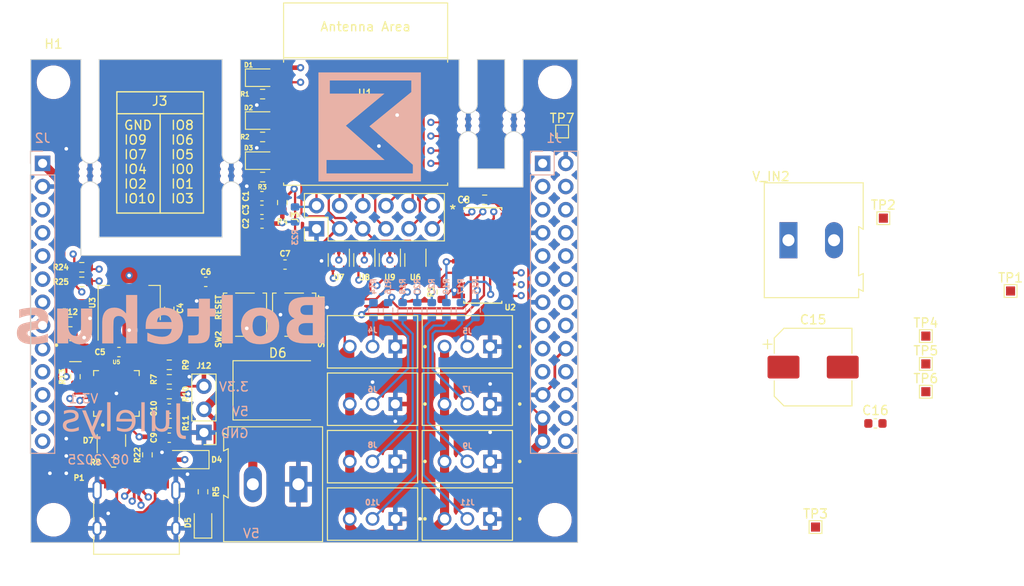
<source format=kicad_pcb>
(kicad_pcb (version 20221018) (generator pcbnew)
  (layers (0 "F.Cu" power) (1 "In1.Cu" signal) (2 "In2.Cu" signal) (31 "B.Cu" power) (34 "B.Paste" user) (35 "F.Paste" user) (36 "B.SilkS" user "B.Silkscreen") (37 "F.SilkS" user "F.Silkscreen") (38 "B.Mask" user) (39 "F.Mask" user) (44 "Edge.Cuts" user))
  (net 0 "")
  (net 1 "GND")
  (net 2 "A2")
  (net 3 "A1")
  (net 4 "A0")
  (net 5 "Net-(D1-K)")
  (net 6 "Net-(D2-K)")
  (net 7 "Net-(D3-K)")
  (net 8 "+3.3V")
  (net 9 "CHIP_UP")
  (net 10 "IO7")
  (net 11 "Net-(U5-D+)")
  (net 12 "USB_D-")
  (net 13 "USB_D+")
  (net 14 "IO2")
  (net 15 "Net-(U5-D-)")
  (net 16 "IO0")
  (net 17 "+5V")
  (net 18 "Net-(D5-A)")
  (net 19 "Net-(U2-~{E})")
  (net 22 "Net-(U5-VBUS)")
  (net 23 "Net-(U5-~{RST})")
  (net 25 "Net-(U5-~{SUSPEND})")
  (net 38 "RTS")
  (net 39 "RXD")
  (net 40 "TXD")
  (net 42 "DTR")
  (net 43 "Net-(P1-CC1)")
  (net 44 "IO6")
  (net 55 "Net-(J2-Pin_3)")
  (net 56 "Net-(J2-Pin_4)")
  (net 66 "Net-(U4-BASE1)")
  (net 67 "Net-(U4-BASE2)")
  (net 71 "CLK")
  (net 72 "CS")
  (net 73 "IO9")
  (net 74 "VBUS")
  (net 75 "Net-(P1-CC2)")
  (net 76 "IO1")
  (net 77 "/CH1")
  (net 78 "/CH2")
  (net 79 "/CH3")
  (net 80 "/CH4")
  (net 81 "/CH5")
  (net 82 "/CH6")
  (net 83 "/CH7")
  (net 84 "/CH8")
  (net 85 "/Data")
  (net 86 "/AS2")
  (net 87 "/AS1")
  (net 88 "/AS0")
  (net 89 "/MCH1")
  (net 90 "/MCH2")
  (net 91 "/MCH3")
  (net 92 "/MCH4")
  (net 93 "/MCH5")
  (net 94 "/MCH6")
  (net 95 "/MCH7")
  (net 96 "/MCH8")
  (net 99 "5V_OPI")
  (footprint "PCM_Espressif:ESP32-C3-WROOM-02" (layer "F.Cu") (at 62.74 21.8)
    (fp_text reference "U1")
    (fp_text value "ESP32-C3-WROOM-02")
  )
  (footprint "TestPoint:TestPoint_Pad_1.0x1.0mm" (layer "F.Cu") (at 124.2 51.45)
    (fp_text reference "TP6")
    (fp_text value "CLK")
  )
  (footprint "Connector:JST_B3B-XH-A" (layer "F.Cu") (at 63.5 64.875)
    (fp_text reference "J10")
    (fp_text value "B3B-XH-A")
  )
  (footprint "Resistor_SMD:R_0603_1608Metric" (layer "F.Cu") (at 31.6 37.8 180)
    (fp_text reference "R24")
    (fp_text value "22")
  )
  (footprint "footprints:mouse-bite-2mm-slot" (layer "F.Cu") (at 74 21.9 90)
    (fp_text reference "mouse-bite-2mm-slot" hide)
    (fp_text value "VAL**" hide)
    (fp_arc (start -2 -1) (mid -1 0) (end -2 1) (stroke (width 0.1)) (layer "Edge.Cuts"))
    (fp_arc (start 2 1) (mid 1 0) (end 2 -1) (stroke (width 0.1)) (layer "Edge.Cuts"))
  )
  (footprint "Capacitor_SMD:C_0603_1608Metric" (layer "F.Cu") (at 41.2 53.3)
    (fp_text reference "C10")
    (fp_text value "1uF/16V(10%)")
  )
  (footprint "MountingHole:MountingHole_3.2mm_M3" (layer "F.Cu") (at 83.5 65.5)
    (fp_text reference "H4" hide)
    (fp_text value "MountingHole")
  )
  (footprint "Resistor_SMD:R_0603_1608Metric" (layer "F.Cu") (at 71.1 40.5 -90)
    (fp_text reference "R6")
    (fp_text value "10K")
  )
  (footprint "Resistor_SMD:R_0603_1608Metric" (layer "F.Cu") (at 75.8 30.4)
    (fp_text reference "C8")
    (fp_text value "100nf")
  )
  (footprint "Connector:JST_B3B-XH-A" (layer "F.Cu") (at 63.5 58.575)
    (fp_text reference "J8")
    (fp_text value "B3B-XH-A")
  )
  (footprint "Connector_PinHeader_2.54mm:PinHeader_1x03_P2.54mm_Vertical" (layer "F.Cu") (at 45 55.925 180)
    (fp_text reference "J12")
    (fp_text value "Conn_01x03_Pin")
  )
  (footprint "Button_Switch_SMD:SW_SPST_TL3305A" (layer "F.Cu") (at 49.5 43 90)
    (fp_text reference "SW2")
    (fp_text value "SW_Push")
  )
  (footprint "TestPoint:TestPoint_Pad_1.0x1.0mm" (layer "F.Cu") (at 124.2 45.35)
    (fp_text reference "TP4")
    (fp_text value "MOSI")
  )
  (footprint "Package_TO_SOT_SMD:SOT-223-3_TabPin2" (layer "F.Cu") (at 36.8 41.7 90)
    (fp_text reference "U3")
    (fp_text value "AMS1117-3.3")
  )
  (footprint "TerminalBlock:TerminalBlock_Altech_AK300-2_P5.00mm" (layer "F.Cu") (at 109.13 34.83)
    (fp_text reference "V_IN2")
    (fp_text value "5V")
  )
  (footprint "Capacitor_SMD:C_0603_1608Metric" (layer "F.Cu") (at 41.2 42.3 90)
    (fp_text reference "C4")
    (fp_text value "10uf")
  )
  (footprint "74HC4051D_FOOTPRINT:SOIC16_TOS" (layer "F.Cu") (at 75.6 36.5)
    (fp_text reference "U2")
    (fp_text value "74HC4051")
  )
  (footprint "Capacitor_SMD:C_0603_1608Metric" (layer "F.Cu") (at 51.375 33 180)
    (fp_text reference "C2")
    (fp_text value "10uf")
  )
  (footprint "Button_Switch_SMD:SW_SPST_TL3305A" (layer "F.Cu") (at 54.9 43 90)
    (fp_text reference "SW1")
    (fp_text value "SW_Push")
  )
  (footprint "MountingHole:MountingHole_3.2mm_M3" (layer "F.Cu") (at 83.5 17.5)
    (fp_text reference "H2" hide)
    (fp_text value "MountingHole")
  )
  (footprint "footprints:mouse-bite-2mm-slot" (layer "F.Cu") (at 32.5 27.4 90)
    (fp_text reference "mouse-bite-2mm-slot" hide)
    (fp_text value "VAL**" hide)
    (fp_arc (start -2 -1) (mid -1 0) (end -2 1) (stroke (width 0.1)) (layer "Edge.Cuts"))
    (fp_arc (start 2 1) (mid 1 0) (end 2 -1) (stroke (width 0.1)) (layer "Edge.Cuts"))
  )
  (footprint "TestPoint:TestPoint_Pad_1.0x1.0mm" (layer "F.Cu") (at 119.54 32.41)
    (fp_text reference "TP2")
    (fp_text value "GND")
  )
  (footprint "Capacitor_SMD:C_0603_1608Metric" (layer "F.Cu") (at 35.675 47.1 180)
    (fp_text reference "C5")
    (fp_text value "10uf")
  )
  (footprint "Capacitor_SMD:C_0603_1608Metric" (layer "F.Cu") (at 53.9 37.5)
    (fp_text reference "C7")
    (fp_text value "0.1uf")
  )
  (footprint "Capacitor_SMD:C_0603_1608Metric" (layer "F.Cu") (at 51.3625 30 180)
    (fp_text reference "C1")
    (fp_text value "1uf/16V")
  )
  (footprint "Resistor_SMD:R_0603_1608Metric" (layer "F.Cu") (at 41.2 51.7 180)
    (fp_text reference "R10")
    (fp_text value "22.1K")
  )
  (footprint "Diode_SMD:D_SOD-123" (layer "F.Cu") (at 43.2 58.9 180)
    (fp_text reference "D4")
    (fp_text value "1N5819HW-7-F")
  )
  (footprint "Resistor_SMD:R_0603_1608Metric" (layer "F.Cu") (at 51.4375 23.5 180)
    (fp_text reference "R2")
    (fp_text value "270")
  )
  (footprint "Transistor_Power_Module:SOT65P210X110-6N" (layer "F.Cu") (at 30.9 47)
    (fp_text reference "U4")
    (fp_text value "BC847BDW1T1G")
  )
  (footprint "Resistor_SMD:R_0603_1608Metric" (layer "F.Cu") (at 30.9 49.8 90)
    (fp_text reference "R13")
    (fp_text value "10k")
  )
  (footprint "Connector:JST_B3B-XH-A" (layer "F.Cu") (at 63.5 52.275)
    (fp_text reference "J6")
    (fp_text value "B3B-XH-A")
  )
  (footprint "Connector:JST_B3B-XH-A" (layer "F.Cu") (at 73.9 45.975)
    (fp_text reference "J5")
    (fp_text value "B3B-XH-A")
  )
  (footprint "LED_SMD:LED_0805_2012Metric" (layer "F.Cu") (at 51.2375 21.7)
    (fp_text reference "D2")
    (fp_text value "LED RED")
  )
  (footprint "Resistor_SMD:R_0603_1608Metric" (layer "F.Cu") (at 41.2 50.1)
    (fp_text reference "R7")
    (fp_text value "1K")
  )
  (footprint "Connector_USB:QFN50P500X500X80-29N" (layer "F.Cu") (at 35.4 51.6375 90)
    (fp_text reference "U5")
    (fp_text value "CP2102N-A02-GQFN28")
  )
  (footprint "Resistor_SMD:R_0603_1608Metric" (layer "F.Cu") (at 35.1 59.2 180)
    (fp_text reference "R8")
    (fp_text value "5.1K")
  )
  (footprint "Capacitor_SMD:C_0603_1608Metric" (layer "F.Cu") (at 45.2 39.4)
    (fp_text reference "C6")
    (fp_text value "0.1uf")
  )
  (footprint "Resistor_SMD:R_0603_1608Metric" (layer "F.Cu") (at 30.3 43.8 180)
    (fp_text reference "R12")
    (fp_text value "10k")
  )
  (footprint "Package_TO_SOT_SMD:SOT-143" (layer "F.Cu") (at 34.85 56.8 90)
    (fp_text reference "D7")
    (fp_text value "SP0503BAHT")
  )
  (footprint "Package_TO_SOT_SMD:SOT-353_SC-70-5" (layer "F.Cu") (at 65.4 37 -90)
    (fp_text reference "U9")
    (fp_text value "74AHCT1G125")
  )
  (footprint "Capacitor_SMD:C_0603_1608Metric" (layer "F.Cu") (at 41.2 56.5)
    (fp_text reference "C9")
    (fp_text value "10uF/25V(20%)")
  )
  (footprint "MountingHole:MountingHole_3.2mm_M3" (layer "F.Cu") (at 28.5 65.5)
    (fp_text reference "H3" hide)
    (fp_text value "MountingHole")
  )
  (footprint "Resistor_SMD:R_0603_1608Metric" (layer "F.Cu") (at 51.4375 27.9 180)
    (fp_text reference "R3")
    (fp_text value "270")
  )
  (footprint "Package_TO_SOT_SMD:SOT-353_SC-70-5" (layer "F.Cu") (at 59.8 37 -90)
    (fp_text reference "U7")
    (fp_text value "74AHCT1G125")
  )
  (footprint "Package_TO_SOT_SMD:SOT-353_SC-70-5" (layer "F.Cu") (at 62.6 37 -90)
    (fp_text reference "U8")
    (fp_text value "74AHCT1G125")
  )
  (footprint "LED_SMD:LED_0805_2012Metric" (layer "F.Cu") (at 51.2375 26.1)
    (fp_text reference "D3")
    (fp_text value "LED RED")
  )
  (footprint "Resistor_SMD:R_0603_1608Metric" (layer "F.Cu") (at 38.8 58.375 90)
    (fp_text reference "R22")
    (fp_text value "5.1K")
  )
  (footprint "Capacitor_SMD:C_0603_1608Metric" (layer "F.Cu") (at 51.3625 31.5 180)
    (fp_text reference "C3")
    (fp_text value "0.1uf")
  )
  (footprint "Connector_PinHeader_2.54mm:PinHeader_2x06_P2.54mm_Vertical" (layer "F.Cu") (at 57.35 33.575 90)
    (fp_text reference "J3")
    (fp_text value "Conn_02x06_Odd_Even")
  )
  (footprint "Connector:JST_B3B-XH-A" (layer "F.Cu") (at 73.9 64.875)
    (fp_text reference "J11")
    (fp_text value "B3B-XH-A")
  )
  (footprint "Capacitor_SMD:C_0603_1608Metric" (layer "F.Cu") (at 118.67 54.93)
    (fp_text reference "C16")
    (fp_text value "100nF")
  )
  (footprint "TerminalBlock:TerminalBlock_Altech_AK300-2_P5.00mm" (layer "F.Cu") (at 55.365 61.6 180)
    (fp_text reference "V_IN1" hide)
    (fp_text value "5V")
  )
  (footprint "Connector:JST_B3B-XH-A" (layer "F.Cu") (at 63.5 45.975)
    (fp_text reference "J4")
    (fp_text value "B3B-XH-A")
  )
  (footprint "Connector:JST_B3B-XH-A" (layer "F.Cu") (at 73.9 52.275)
    (fp_text reference "J7")
    (fp_text value "B3B-XH-A")
  )
  (footprint "Resistor_SMD:R_0603_1608Metric" (layer "F.Cu") (at 41.2 54.9)
    (fp_text reference "R11")
    (fp_text value "47.5K")
  )
  (footprint "TestPoint:TestPoint_Pad_1.0x1.0mm" (layer "F.Cu") (at 112.1 66.3)
    (fp_text reference "TP3")
    (fp_text value "3.3V")
  )
  (footprint "Connector:JST_B3B-XH-A" (layer "F.Cu") (at 73.9 58.575)
    (fp_text reference "J9")
    (fp_text value "B3B-XH-A")
  )
  (footprint "TestPoint:TestPoint_Pad_1.0x1.0mm" (layer "F.Cu") (at 133.5 40.4)
    (fp_text reference "TP1")
    (fp_text value "5V")
  )
  (footprint "LED_SMD:LED_0805_2012Metric" (layer "F.Cu") (at 51.2375 17)
    (fp_text reference "D1")
    (fp_text value "LED RED")
  )
  (footprint "Package_TO_SOT_SMD:SOT-353_SC-70-5" (layer "F.Cu") (at 68.2 37 -90)
    (fp_text reference "U6")
    (fp_text value "74AHCT1G125")
  )
  (footprint "Resistor_SMD:R_0603_1608Metric" (layer "F.Cu") (at 41.2 48.5)
    (fp_text reference "R9")
    (fp_text value "10K")
  )
  (footprint "footprints:mouse-bite-2mm-slot" (layer "F.Cu") (at 79 21.9 90)
    (fp_text reference "mouse-bite-2mm-slot" hide)
    (fp_text value "VAL**" hide)
    (fp_arc (start -2 -1) (mid -1 0) (end -2 1) (stroke (width 0.1)) (layer "Edge.Cuts"))
    (fp_arc (start 2 1) (mid 1 0) (end 2 -1) (stroke (width 0.1)) (layer "Edge.Cuts"))
  )
  (footprint "TestPoint:TestPoint_Pad_1.0x1.0mm" (layer "F.Cu") (at 124.2 48.4)
    (fp_text reference "TP5")
    (fp_text value "MISO")
  )
  (footprint "Resistor_SMD:R_0603_1608Metric" (layer "F.Cu") (at 44.9 62.425 -90)
    (fp_text reference "R5")
    (fp_text value "5k1")
  )
  (footprint "LED_SMD:LED_0805_2012Metric" (layer "F.Cu") (at 44.9 65.825 90)
    (fp_text reference "D5")
    (fp_text value "LED GREEN")
  )
  (footprint "TestPoint:TestPoint_Pad_1.0x1.0mm" (layer "F.Cu") (at 84.3 22.9)
    (fp_text reference "TP7")
    (fp_text value "CS")
  )
  (footprint "Capacitor_SMD:CP_Elec_8x10" (layer "F.Cu") (at 111.835 48.75)
    (fp_text reference "C15")
    (fp_text value "470uF")
  )
  (footprint "Resistor_SMD:R_0603_1608Metric" (layer "F.Cu") (at 51.4375 18.8 180)
    (fp_text reference "R1")
    (fp_text value "270")
  )
  (footprint "Connector_USB:USB_C_Receptacle_HRO_TYPE-C-31-M-12" (layer "F.Cu") (at 37.6 65.385)
    (fp_text reference "P1")
    (fp_text value "USB_C_Receptacle_USB2.0")
  )
  (footprint "Resistor_SMD:R_0603_1608Metric" (layer "F.Cu") (at 31.6 39.4 180)
    (fp_text reference "R25")
    (fp_text value "22")
  )
  (footprint "Resistor_SMD:R_0603_1608Metric" (layer "F.Cu") (at 53.6 30.7 90)
    (fp_text reference "R4")
    (fp_text value "10K")
  )
  (footprint "Diode_SMD:D_SMC" (layer "F.Cu") (at 53.1 51.3)
    (fp_text reference "D6")
    (fp_text value "SS34")
  )
  (footprint "footprints:mouse-bite-2mm-slot" (layer "F.Cu") (at 48 27.4 90)
    (fp_text reference "mouse-bite-2mm-slot" hide)
    (fp_text value "VAL**" hide)
    (fp_arc (start -2 -1) (mid -1 0) (end -2 1) (stroke (width 0.1)) (layer "Edge.Cuts"))
    (fp_arc (start 2 1) (mid 1 0) (end 2 -1) (stroke (width 0.1)) (layer "Edge.Cuts"))
  )
  (footprint "MountingHole:MountingHole_3.2mm_M3" (layer "F.Cu") (at 28.5 17.5)
    (fp_text reference "H1")
    (fp_text value "MountingHole")
  )
  (footprint "Resistor_SMD:R_0603_1608Metric" (layer "B.Cu") (at 55 32 90)
    (fp_text reference "R23")
    (fp_text value "10K")
  )
  (footprint "Resistor_SMD:R_0603_1608Metric" (layer "B.Cu") (at 66.8 42.5 -90)
    (fp_text reference "R18")
    (fp_text value "330")
  )
  (footprint "Resistor_SMD:R_0603_1608Metric" (layer "B.Cu") (at 71.6 42.5 -90)
    (fp_text reference "R19")
    (fp_text value "330")
  )
  (footprint "Resistor_SMD:R_0603_1608Metric" (layer "B.Cu") (at 68.4 42.5 -90)
    (fp_text reference "R20")
    (fp_text value "330")
  )
  (footprint "Resistor_SMD:R_0603_1608Metric" (layer "B.Cu") (at 65.2 42.5 -90)
    (fp_text reference "R16")
    (fp_text value "330")
  )
  (footprint "Connector_PinSocket_2.54mm:PinSocket_2x13_P2.54mm_Vertical" (layer "B.Cu") (at 82.16 26.4 180)
    (fp_text reference "J1")
    (fp_text value "Conn_02x13_Top_Bottom")
  )
  (footprint "Resistor_SMD:R_0603_1608Metric" (layer "B.Cu") (at 74.8 42.5 -90)
    (fp_text reference "R15")
    (fp_text value "330")
  )
  (footprint "Resistor_SMD:R_0603_1608Metric" (layer "B.Cu") (at 73.2 42.5 -90)
    (fp_text reference "R17")
    (fp_text value "330")
  )
  (footprint "Resistor_SMD:R_0603_1608Metric" (layer "B.Cu") (at 63.6 42.5 -90)
    (fp_text reference "R14")
    (fp_text value "330")
  )
  (footprint "Connector_PinSocket_2.54mm:PinSocket_1x13_P2.54mm_Vertical" (layer "B.Cu") (at 27.3 26.4 180)
    (fp_text reference "J2")
    (fp_text value "Conn_01x13")
  )
  (footprint "Resistor_SMD:R_0603_1608Metric" (layer "B.Cu") (at 70 42.5 -90)
    (fp_text reference "R21")
    (fp_text value "330")
  )
  (gr_line (start 35.45 20.95) (end 44.95 20.95) (stroke (width 0.15)) (layer "F.SilkS"))
  (gr_line (start 40.2 20.95) (end 40.2 31.85) (stroke (width 0.15)) (layer "F.SilkS"))
  (gr_line (start 44.95 31.85) (end 44.95 18.55) (stroke (width 0.15)) (layer "F.SilkS"))
  (gr_line (start 35.45 18.55) (end 35.45 31.85) (stroke (width 0.15)) (layer "F.SilkS"))
  (gr_line (start 44.95 18.55) (end 35.45 18.55) (stroke (width 0.15)) (layer "F.SilkS"))
  (gr_line (start 35.45 31.85) (end 44.95 31.85) (stroke (width 0.15)) (layer "F.SilkS"))
  (gr_line (start 86 15) (end 80 15) (stroke (width 0.1)) (layer "Edge.Cuts"))
  (gr_line (start 33.5 29.4) (end 33.5 34.5) (stroke (width 0.1)) (layer "Edge.Cuts"))
  (gr_line (start 75 19.9) (end 75 15) (stroke (width 0.1)) (layer "Edge.Cuts"))
  (gr_line (start 26 68) (end 86 68) (stroke (width 0.1)) (layer "Edge.Cuts"))
  (gr_line (start 78 23.9) (end 78 27) (stroke (width 0.1)) (layer "Edge.Cuts"))
  (gr_line (start 80 23.9) (end 80 29) (stroke (width 0.1)) (layer "Edge.Cuts"))
  (gr_line (start 49 25.4) (end 49 15) (stroke (width 0.1)) (layer "Edge.Cuts"))
  (gr_line (start 31.5 15) (end 31.5 25.4) (stroke (width 0.1)) (layer "Edge.Cuts"))
  (gr_line (start 75 15) (end 78 15) (stroke (width 0.1)) (layer "Edge.Cuts"))
  (gr_line (start 73 23.9) (end 73 29) (stroke (width 0.1)) (layer "Edge.Cuts"))
  (gr_line (start 31.5 29.4) (end 31.5 36.5) (stroke (width 0.1)) (layer "Edge.Cuts"))
  (gr_line (start 26 15) (end 26 68) (stroke (width 0.1)) (layer "Edge.Cuts"))
  (gr_line (start 31.5 36.5) (end 49 36.5) (stroke (width 0.1)) (layer "Edge.Cuts"))
  (gr_line (start 80 29) (end 73 29) (stroke (width 0.1)) (layer "Edge.Cuts"))
  (gr_line (start 80 15) (end 80 19.9) (stroke (width 0.1)) (layer "Edge.Cuts"))
  (gr_line (start 33.5 15) (end 33.5 25.4) (stroke (width 0.1)) (layer "Edge.Cuts"))
  (gr_line (start 49 15) (end 73 15) (stroke (width 0.1)) (layer "Edge.Cuts"))
  (gr_line (start 26 15) (end 31.5 15) (stroke (width 0.1)) (layer "Edge.Cuts"))
  (gr_line (start 33.5 34.5) (end 47 34.5) (stroke (width 0.1)) (layer "Edge.Cuts"))
  (gr_line (start 49 29.4) (end 49 36.5) (stroke (width 0.1)) (layer "Edge.Cuts"))
  (gr_line (start 47 15) (end 33.5 15) (stroke (width 0.1)) (layer "Edge.Cuts"))
  (gr_line (start 47 25.4) (end 47 15) (stroke (width 0.1)) (layer "Edge.Cuts"))
  (gr_line (start 75 27) (end 75 23.9) (stroke (width 0.1)) (layer "Edge.Cuts"))
  (gr_line (start 78 27) (end 75 27) (stroke (width 0.1)) (layer "Edge.Cuts"))
  (gr_line (start 86 68) (end 86 15) (stroke (width 0.1)) (layer "Edge.Cuts"))
  (gr_line (start 73 15) (end 73 19.9) (stroke (width 0.1)) (layer "Edge.Cuts"))
  (gr_line (start 78 15) (end 78 19.9) (stroke (width 0.1)) (layer "Edge.Cuts"))
  (gr_line (start 47 34.5) (end 47 29.4) (stroke (width 0.1)) (layer "Edge.Cuts"))
  (gr_text "Julelys" (at 42.8 56.3) (layer "B.SilkS") (effects (font (size 3 3)) (justify left bottom mirror)))
  (gr_text "∑" (at 68.2 26.7) (layer "B.SilkS" knockout) (effects (font (size 8 10) (thickness 1.6) bold) (justify left bottom mirror)))
  (gr_text "5V" (at 50 54.2) (layer "B.SilkS") (effects (font (size 1 1)) (justify left bottom mirror)))
  (gr_text "Boltehus" (at 58.9 47) (layer "B.SilkS") (effects (font (size 5 5) (thickness 0.3) bold) (justify left bottom mirror)))
  (gr_text "3.3V" (at 50 51.5) (layer "B.SilkS") (effects (font (size 1 1)) (justify left bottom mirror)))
  (gr_text "GND" (at 50 56.6) (layer "B.SilkS") (effects (font (size 1 1)) (justify left bottom mirror)))
  (gr_text "08/2025" (at 36.9 59.5) (layer "B.SilkS") (effects (font (size 1 1)) (justify left bottom mirror)))
  (gr_text "V3.1" (at 33.5 52.8) (layer "B.SilkS") (effects (font (size 1 1)) (justify left bottom mirror)))
  (gr_text "GND\nIO9\nIO7\nIO4\nIO2\nIO10" (at 36.15 30.85) (layer "F.SilkS") (effects (font (size 1 1)) (justify left bottom)))
  (gr_text "IO8\nIO6\nIO5\nIO0\nIO1\nIO3" (at 42.65 30.85) (layer "F.SilkS") (effects (font (size 1 1)) (justify bottom)))
  (gr_text "J3" (at 40.15 20.15) (layer "F.SilkS") (effects (font (size 1 1)) (justify bottom)))
  (segment (start 72.93935 39.675) (end 72.93935 40.945) (width 0.25) (layer "F.Cu") (net 1))
  (segment (start 68.775 36.7) (end 68.85 36.625) (width 0.25) (layer "F.Cu") (net 1))
  (segment (start 33.975 57.675) (end 34.1 57.8) (width 0.25) (layer "F.Cu") (net 1))
  (segment (start 42.025 48.5) (end 42.1 48.5) (width 0.3) (layer "F.Cu") (net 1))
  (segment (start 50.5875 29.7875) (end 50.5875 30) (width 0.5) (layer "F.Cu") (net 1))
  (segment (start 34.9 52.1375) (end 34.9 53.9975) (width 0.25) (layer "F.Cu") (net 1))
  (segment (start 42.1 48.5) (end 43.4 49.8) (width 0.3) (layer "F.Cu") (net 1))
  (segment (start 72.5 40.50565) (end 72.93935 40.945) (width 0.25) (layer "F.Cu") (net 1))
  (segment (start 83.5 47.92) (end 83.5 50.46) (width 0.3) (layer "F.Cu") (net 1))
  (segment (start 64.75 35.45) (end 64.8 35.4) (width 0.25) (layer "F.Cu") (net 1))
  (segment (start 60.2 35.4) (end 61.3 35.4) (width 0.25) (layer "F.Cu") (net 1))
  (segment (start 34.5 46.1) (end 34.9 46.5) (width 0.5) (layer "F.Cu") (net 1))
  (segment (start 60.45 35.475) (end 60.375 35.4) (width 0.25) (layer "F.Cu") (net 1))
  (segment (start 49.7 28.9) (end 50.6125 27.9875) (width 0.5) (layer "F.Cu") (net 1))
  (segment (start 67.625 36.7) (end 68.775 36.7) (width 0.25) (layer "F.Cu") (net 1))
  (segment (start 67.55 36.625) (end 67.625 36.7) (width 0.25) (layer "F.Cu") (net 1))
  (segment (start 61.95 35.45) (end 61.9 35.4) (width 0.25) (layer "F.Cu") (net 1))
  (segment (start 53.125 39.125) (end 53.4 39.4) (width 0.5) (layer "F.Cu") (net 1))
  (segment (start 60.45 36.05) (end 60.45 35.475) (width 0.25) (layer "F.Cu") (net 1))
  (segment (start 50.5875 30) (end 50.5875 32.9875) (width 0.5) (layer "F.Cu") (net 1))
  (segment (start 76.275 46.375) (end 76.4 46.5) (width 0.5) (layer "F.Cu") (net 1))
  (segment (start 63.25 36.05) (end 63.25 35.45) (width 0.25) (layer "F.Cu") (net 1))
  (segment (start 40.85 60.55) (end 41.1 60.3) (width 0.25) (layer "F.Cu") (net 1))
  (segment (start 59.225 35.4) (end 60.2 35.4) (width 0.25) (layer "F.Cu") (net 1))
  (segment (start 35.4 51.6375) (end 34.9 52.1375) (width 0.25) (layer "F.Cu") (net 1))
  (segment (start 52.99 28.9) (end 53.99 27.9) (width 0.5) (layer "F.Cu") (net 1))
  (segment (start 66.9 35.4) (end 67.55 36.05) (width 0.25) (layer "F.Cu") (net 1))
  (segment (start 64.75 36.05) (end 64.75 35.45) (width 0.25) (layer "F.Cu") (net 1))
  (segment (start 73.6 30.4) (end 74.975 30.4) (width 0.5) (layer "F.Cu") (net 1))
  (segment (start 50.8 24.7) (end 50.6125 24.5125) (width 0.5) (layer "F.Cu") (net 1))
  (segment (start 44.2 41.5) (end 44.175 41.525) (width 0.5) (layer "F.Cu") (net 1))
  (segment (start 48 46.2) (end 48 46.6) (width 0.5) (layer "F.Cu") (net 1))
  (segment (start 61.9 35.4) (end 63.2 35.4) (width 0.25) (layer "F.Cu") (net 1))
  (segment (start 63.2 35.4) (end 63.618604 35.4) (width 0.25) (layer "F.Cu") (net 1))
  (segment (start 34.275 59.3) (end 34.275 57.975) (width 0.25) (layer "F.Cu") (net 1))
  (segment (start 72.1005 40.3245) (end 71.1 41.325) (width 0.25) (layer "F.Cu") (net 1))
  (segment (start 66 35.4) (end 66.9 35.4) (width 0.25) (layer "F.Cu") (net 1))
  (segment (start 50.5875 32.9875) (end 50.6 33) (width 0.5) (layer "F.Cu") (net 1))
  (segment (start 49.7 28.9) (end 52.99 28.9) (width 0.5) (layer "F.Cu") (net 1))
  (segment (start 50.8 20) (end 50.6125 19.8125) (width 0.5) (layer "F.Cu") (net 1))
  (segment (start 41.1 60.3) (end 43.1 60.3) (width 0.25) (layer "F.Cu") (net 1))
  (segment (start 59.15 36.05) (end 59.15 35.475) (width 0.25) (layer "F.Cu") (net 1))
  (segment (start 61.3 35.4) (end 61.9 35.4) (width 0.25) (layer "F.Cu") (net 1))
  (segment (start 67.55 36.05) (end 67.55 36.625) (width 0.25) (layer "F.Cu") (net 1))
  (segment (start 34.275 61.265) (end 34.35 61.34) (width 0.3) (layer "F.Cu") (net 1))
  (segment (start 72.5 40.3245) (end 72.5 40.50565) (width 0.25) (layer "F.Cu") (net 1))
  (segment (start 84.7 46.72) (end 83.5 47.92) (width 0.3) (layer "F.Cu") (net 1))
  (segment (start 60.375 35.4) (end 60.2 35.4) (width 0.25) (layer "F.Cu") (net 1))
  (segment (start 49.7 28.9) (end 50.5875 29.7875) (width 0.5) (layer "F.Cu") (net 1))
  (segment (start 53.075 46.925) (end 53.4 46.6) (width 0.25) (layer "F.Cu") (net 1))
  (segment (start 68.85 36.625) (end 68.85 36.05) (width 0.25) (layer "F.Cu") (net 1))
  (segment (start 59.15 35.475) (end 59.225 35.4) (width 0.25) (layer "F.Cu") (net 1))
  (segment (start 40.85 61.34) (end 40.85 60.55) (width 0.25) (layer "F.Cu") (net 1))
  (segment (start 72.81935 40.825) (end 72.93935 40.945) (width 0.25) (layer "F.Cu") (net 1))
  (segment (start 47.725 39.675) (end 48 39.4) (width 0.5) (layer "F.Cu") (net 1))
  (segment (start 66.05 35.45) (end 66 35.4) (width 0.25) (layer "F.Cu") (net 1))
  (segment (start 66.05 36.05) (end 66.05 35.45) (width 0.25) (layer "F.Cu") (net 1))
  (segment (start 53.125 37.5) (end 53.125 39.125) (width 0.5) (layer "F.Cu") (net 1))
  (segment (start 50.6125 27.9875) (end 50.6125 27.9) (width 0.5) (layer "F.Cu") (net 1))
  (segment (start 64.8 35.4) (end 66 35.4) (width 0.25) (layer "F.Cu") (net 1))
  (segment (start 34.35 59.375) (end 34.275 59.3) (width 0.3) (layer "F.Cu") (net 1))
  (segment (start 63.618604 35.4) (end 64.8 35.4) (width 0.25) (layer "F.Cu") (net 1))
  (segment (start 34.275 57.975) (end 34.1 57.8) (width 0.25) (layer "F.Cu") (net 1))
  (segment (start 63.25 35.45) (end 63.2 35.4) (width 0.25) (layer "F.Cu") (net 1))
  (segment (start 47.725 39.025) (end 48 39.3) (width 0.5) (layer "F.Cu") (net 1))
  (segment (start 47.825 46.675) (end 48 46.5) (width 0.5) (layer "F.Cu") (net 1))
  (segment (start 50.6125 24.5125) (end 50.6125 23.5) (width 0.5) (layer "F.Cu") (net 1))
  (segment (start 50.6125 19.8125) (end 50.6125 18.8) (width 0.5) (layer "F.Cu") (net 1))
  (segment (start 34.275 59.2) (end 34.275 61.265) (width 0.3) (layer "F.Cu") (net 1))
  (segment (start 61.95 36.05) (end 61.95 35.45) (width 0.25) (layer "F.Cu") (net 1))
  (segment (start 34.5 44.25) (end 34.5 46.1) (width 0.5) (layer "F.Cu") (net 1))
  (segment (start 72.5 40.3245) (end 72.1005 40.3245) (width 0.25) (layer "F.Cu") (net 1))
  (segment (start 83.5 50.46) (end 82.16 51.8) (width 0.3) (layer "F.Cu") (net 1))
  (via (at 43.4 49.8) (size 0.8) (drill 0.4) (layers "F.Cu" "B.Cu") (net 1))
  (via (at 66.2 21.1) (size 0.8) (drill 0.4) (layers "F.Cu" "B.Cu") (net 1))
  (via (at 49.7 44.5) (size 0.8) (drill 0.4) (layers "F.Cu" "B.Cu") (net 1))
  (via (at 76.4 55.9) (size 0.8) (drill 0.4) (layers "F.Cu" "B.Cu") (net 1))
  (via (at 57.9 37.1) (size 0.8) (drill 0.4) (layers "F.Cu" "B.Cu") (net 1))
  (via (at 44.2 41.5) (size 0.8) (drill 0.4) (layers "F.Cu" "B.Cu") (net 1))
  (via (at 73.6 30.4) (size 0.8) (drill 0.4) (layers "F.Cu" "B.Cu") (net 1))
  (via (at 32.5 43.4) (size 0.8) (drill 0.4) (layers "F.Cu" "B.Cu") (net 1))
  (via (at 53.4 43) (size 0.8) (drill 0.4) (layers "F.Cu" "B.Cu") (net 1))
  (via (at 40.4 58.1) (size 0.8) (drill 0.4) (layers "F.Cu" "B.Cu") (net 1))
  (via (at 68.7 65.4) (size 0.8) (drill 0.4) (layers "F.Cu" "B.Cu") (net 1))
  (via (at 76.4 50.6) (size 0.8) (drill 0.4) (layers "F.Cu" "B.Cu") (net 1))
  (via (at 49.7 28.9) (size 0.8) (drill 0.4) (layers "F.Cu" "B.Cu") (net 1))
  (via (at 29.9 58.5) (size 0.8) (drill 0.4) (layers "F.Cu" "B.Cu") (net 1))
  (via (at 43.2 60.5) (size 0.8) (drill 0.4) (layers "F.Cu" "B.Cu") (net 1))
  (via (at 28.1 60.4) (size 0.8) (drill 0.4) (layers "F.Cu" "B.Cu") (net 1))
  (via (at 29.9 24.8) (size 0.8) (drill 0.4) (layers "F.Cu" "B.Cu") (net 1))
  (via (at 58.5 42.2) (size 0.8) (drill 0.4) (layers "F.Cu" "B.Cu") (net 1))
  (via (at 35.4 51.6375) (size 0.8) (drill 0.4) (layers "F.Cu" "B.Cu") (net 1))
  (via (at 63.5 50.4) (size 0.8) (drill 0.4) (layers "F.Cu" "B.Cu") (net 1))
  (via (at 29.9 56.6) (size 0.8) (drill 0.4) (layers "F.Cu" "B.Cu") (net 1))
  (via (at 29.9 60.4) (size 0.8) (drill 0.4) (layers "F.Cu" "B.Cu") (net 1))
  (via (at 50.8 24.7) (size 0.8) (drill 0.4) (layers "F.Cu" "B.Cu") (net 1))
  (via (at 66 54.7) (size 0.8) (drill 0.4) (layers "F.Cu" "B.Cu") (net 1))
  (via (at 34.5 64.8) (size 0.8) (drill 0.4) (layers "F.Cu" "B.Cu") (net 1))
  (via (at 72.5 40.3245) (size 0.8) (drill 0.4) (layers "F.Cu" "B.Cu") (net 1))
  (via (at 50.8 20) (size 0.8) (drill 0.4) (layers "F.Cu" "B.Cu") (net 1))
  (via (at 64.2 24.5) (size 0.8) (drill 0.4) (layers "F.Cu" "B.Cu") (net 1))
  (segment (start 65.4 37) (end 65.4 36.05) (width 0.25) (layer "F.Cu") (net 2))
  (segment (start 57.35 27.96) (end 57.35 31.035) (width 0.25) (layer "F.Cu") (net 2))
  (segment (start 53.99 24.9) (end 54.29 24.9) (width 0.25) (layer "F.Cu") (net 2))
  (segment (start 53.99 24.9) (end 53.2375 24.9) (width 0.25) (layer "F.Cu") (net 2))
  (segment (start 54.29 24.9) (end 57.35 27.96) (width 0.25) (layer "F.Cu") (net 2))
  (segment (start 53.2375 24.9) (end 52.0375 26.1) (width 0.25) (layer "F.Cu") (net 2))
  (via (at 65.4 37) (size 0.8) (drill 0.4) (layers "F.Cu" "B.Cu") (net 2))
  (segment (start 57.29 30.975) (end 57.35 31.035) (width 0.25) (layer "B.Cu") (net 2))
  (segment (start 57.21 31.175) (end 57.35 31.035) (width 0.25) (layer "B.Cu") (net 2))
  (segment (start 55 31.175) (end 57.21 31.175) (width 0.25) (layer "B.Cu") (net 2))
  (segment (start 53.99 20.4) (end 54.29 20.4) (width 0.25) (layer "F.Cu") (net 3))
  (segment (start 54.29 20.4) (end 62.43 28.54) (width 0.25) (layer "F.Cu") (net 3))
  (segment (start 53.99 20.4) (end 53.3375 20.4) (width 0.25) (layer "F.Cu") (net 3))
  (segment (start 62.43 28.54) (end 62.43 31.035) (width 0.25) (layer "F.Cu") (net 3))
  (segment (start 62.59987 36.05013) (end 62.6 36.05) (width 0.25) (layer "F.Cu") (net 3))
  (segment (start 53.3375 20.4) (end 52.0375 21.7) (width 0.25) (layer "F.Cu") (net 3))
  (segment (start 62.59987 37) (end 62.59987 36.05013) (width 0.25) (layer "F.Cu") (net 3))
  (via (at 62.59987 37) (size 0.8) (drill 0.4) (layers "F.Cu" "B.Cu") (net 3))
  (segment (start 54.34 18.9) (end 63.795 28.355) (width 0.25) (layer "F.Cu") (net 4))
  (segment (start 52.175 17) (end 52.175 17.2975) (width 0.25) (layer "F.Cu") (net 4))
  (segment (start 63.795 28.355) (end 63.795 32.4) (width 0.25) (layer "F.Cu") (net 4))
  (segment (start 53.64 18.9) (end 53.99 18.9) (width 0.25) (layer "F.Cu") (net 4))
  (segment (start 63.795 32.4) (end 64.97 33.575) (width 0.25) (layer "F.Cu") (net 4))
  (segment (start 52.0375 17.2975) (end 53.64 18.9) (width 0.25) (layer "F.Cu") (net 4))
  (segment (start 59.8 37) (end 59.8 36.05) (width 0.25) (layer "F.Cu") (net 4))
  (segment (start 53.99 18.9) (end 54.34 18.9) (width 0.25) (layer "F.Cu") (net 4))
  (via (at 59.8 37) (size 0.8) (drill 0.4) (layers "F.Cu" "B.Cu") (net 4))
  (segment (start 52.1 18.8) (end 52.2625 18.8) (width 0.25) (layer "F.Cu") (net 5))
  (segment (start 50.3 17) (end 52.1 18.8) (width 0.25) (layer "F.Cu") (net 5))
  (segment (start 50.3 21.7) (end 52.1 23.5) (width 0.25) (layer "F.Cu") (net 6))
  (segment (start 52.1 23.5) (end 52.2625 23.5) (width 0.25) (layer "F.Cu") (net 6))
  (segment (start 52.1 27.9) (end 52.2625 27.9) (width 0.25) (layer "F.Cu") (net 7))
  (segment (start 50.3 26.1) (end 52.1 27.9) (width 0.25) (layer "F.Cu") (net 7))
  (segment (start 40.325 56.4) (end 40.425 56.5) (width 0.5) (layer "F.Cu") (net 8))
  (segment (start 53.5 33) (end 53.6 32.9) (width 0.5) (layer "F.Cu") (net 8))
  (segment (start 35.603274 37.95) (end 36.8 37.95) (width 0.25) (layer "F.Cu") (net 8))
  (segment (start 52.15 33) (end 52.15 34.75) (width 0.5) (layer "F.Cu") (net 8))
  (segment (start 36.9 53.9975) (end 36.9 55.4) (width 0.25) (layer "F.Cu") (net 8))
  (segment (start 49.7 37.2) (end 43.2 37.2) (width 0.5) (layer "F.Cu") (net 8))
  (segment (start 44.955 50.8) (end 45 50.845) (width 0.25) (layer "F.Cu") (net 8))
  (segment (start 42.025 50.1) (end 42.77 50.845) (width 0.3) (layer "F.Cu") (net 8))
  (segment (start 53.675 31.6) (end 53.7 31.575) (width 0.25) (layer "F.Cu") (net 8))
  (segment (start 52.15 33) (end 53.5 33) (width 0.5) (layer "F.Cu") (net 8))
  (segment (start 36.525 44.525) (end 36.8 44.25) (width 0.5) (layer "F.Cu") (net 8))
  (segment (start 43.2 37.2) (end 41.85 38.55) (width 0.5) (layer "F.Cu") (net 8))
  (segment (start 36.9 53.9975) (end 36.4 53.9975) (width 0.25) (layer "F.Cu") (net 8))
  (segment (start 42.77 50.845) (end 45 50.845) (width 0.3) (layer "F.Cu") (net 8))
  (segment (start 53.6 31.525) (end 52.1625 31.525) (width 0.5) (layer "F.Cu") (net 8))
  (segment (start 52.1625 31.525) (end 52.1375 31.5) (width 0.5) (layer "F.Cu") (net 8))
  (segment (start 52.1375 32.9875) (end 52.15 33) (width 0.5) (layer "F.Cu") (net 8))
  (segment (start 53.6 32.9) (end 53.6 31.525) (width 0.5) (layer "F.Cu") (net 8))
  (segment (start 45 48.7) (end 45 50.845) (width 0.5) (layer "F.Cu") (net 8))
  (segment (start 52.15 34.75) (end 49.7 37.2) (width 0.5) (layer "F.Cu") (net 8))
  (segment (start 36.45 45.2) (end 36.8 44.85) (width 0.5) (layer "F.Cu") (net 8))
  (segment (start 37.9 56.4) (end 40.325 56.4) (width 0.5) (layer "F.Cu") (net 8))
  (segment (start 36.45 47.1) (end 36.45 45.2) (width 0.5) (layer "F.Cu") (net 8))
  (segment (start 43.4 47.1) (end 45 48.7) (width 0.5) (layer "F.Cu") (net 8))
  (segment (start 36.7 44.35) (end 36.8 44.25) (width 0.5) (layer "F.Cu") (net 8))
  (segment (start 52.1375 31.5) (end 52.1375 32.9875) (width 0.5) (layer "F.Cu") (net 8))
  (segment (start 36.45 47.1) (end 43.4 47.1) (width 0.5) (layer "F.Cu") (net 8))
  (segment (start 41.85 38.55) (end 36.8 38.55) (width 0.5) (layer "F.Cu") (net 8))
  (segment (start 55.6 15.9) (end 53.99 15.9) (width 0.5) (layer "F.Cu") (net 8))
  (segment (start 36.9 55.4) (end 37.9 56.4) (width 0.25) (layer "F.Cu") (net 8))
  (via (at 53.6 32.9) (size 0.8) (drill 0.4) (layers "F.Cu" "B.Cu") (net 8))
  (via (at 36.8 38.6995) (size 0.8) (drill 0.4) (layers "F.Cu" "B.Cu") (net 8))
  (via (at 36.8 44.7) (size 0.8) (drill 0.4) (layers "F.Cu" "B.Cu") (net 8))
  (via (at 55.6 15.9) (size 0.8) (drill 0.4) (layers "F.Cu" "B.Cu") (net 8))
  (via (at 37.9 56.4) (size 0.8) (drill 0.4) (layers "F.Cu" "B.Cu") (net 8))
  (segment (start 53.6 32.9) (end 53.675 32.825) (width 0.25) (layer "B.Cu") (net 8))
  (segment (start 53.675 32.825) (end 55 32.825) (width 0.25) (layer "B.Cu") (net 8))
  (segment (start 52.7 36) (end 51 37.7) (width 0.25) (layer "F.Cu") (net 9))
  (segment (start 49.725 38.125) (end 46.475 38.125) (width 0.3) (layer "F.Cu") (net 9))
  (segment (start 45.975 38.625) (end 45.975 39.4) (width 0.3) (layer "F.Cu") (net 9))
  (segment (start 53.475 30) (end 53.6 29.875) (width 0.3) (layer "F.Cu") (net 9))
  (segment (start 54.09 17.5) (end 53.99 17.4) (width 0.25) (layer "F.Cu") (net 9))
  (segment (start 54.9 29.2) (end 55.1 29.4) (width 0.25) (layer "F.Cu") (net 9))
  (segment (start 54.225 29.875) (end 54.9 29.2) (width 0.3) (layer "F.Cu") (net 9))
  (segment (start 51 46.5) (end 51 39.3) (width 0.3) (layer "F.Cu") (net 9))
  (segment (start 53.6 29.875) (end 54.225 29.875) (width 0.3) (layer "F.Cu") (net 9))
  (segment (start 55 29.3) (end 55 35.2) (width 0.25) (layer "F.Cu") (net 9))
  (segment (start 54.9 29.2) (end 55 29.3) (width 0.25) (layer "F.Cu") (net 9))
  (segment (start 52.1375 30) (end 53.475 30) (width 0.3) (layer "F.Cu") (net 9))
  (segment (start 55 35.2) (end 54.2 36) (width 0.25) (layer "F.Cu") (net 9))
  (segment (start 46.475 38.125) (end 45.975 38.625) (width 0.3) (layer "F.Cu") (net 9))
  (segment (start 51 39.4) (end 49.725 38.125) (width 0.3) (layer "F.Cu") (net 9))
  (segment (start 51 37.7) (end 51 39.4) (width 0.25) (layer "F.Cu") (net 9))
  (segment (start 55.6 17.5) (end 54.09 17.5) (width 0.25) (layer "F.Cu") (net 9))
  (segment (start 31.855 45.515) (end 31.855 46.35) (width 0.25) (layer "F.Cu") (net 9))
  (segment (start 54.2 36) (end 52.7 36) (width 0.25) (layer "F.Cu") (net 9))
  (via (at 31.855 45.515) (size 0.8) (drill 0.4) (layers "F.Cu" "B.Cu") (net 9))
  (via (at 55.6 17.5) (size 0.8) (drill 0.4) (layers "F.Cu" "B.Cu") (net 9))
  (via (at 54.9 29.2) (size 0.8) (drill 0.4) (layers "F.Cu" "B.Cu") (net 9))
  (segment (start 54.29 23.4) (end 58.7 27.81) (width 0.25) (layer "F.Cu") (net 10))
  (segment (start 58.7 27.81) (end 58.7 31.696701) (width 0.25) (layer "F.Cu") (net 10))
  (segment (start 68.2 36.05) (end 68.2 35.475) (width 0.25) (layer "F.Cu") (net 10))
  (segment (start 61.255 32.4) (end 62.43 33.575) (width 0.25) (layer "F.Cu") (net 10))
  (segment (start 63.755 34.9) (end 62.43 33.575) (width 0.25) (layer "F.Cu") (net 10))
  (segment (start 67.625 34.9) (end 63.755 34.9) (width 0.25) (layer "F.Cu") (net 10))
  (segment (start 53.99 23.4) (end 54.29 23.4) (width 0.25) (layer "F.Cu") (net 10))
  (segment (start 58.7 31.696701) (end 59.403299 32.4) (width 0.25) (layer "F.Cu") (net 10))
  (segment (start 59.403299 32.4) (end 61.255 32.4) (width 0.25) (layer "F.Cu") (net 10))
  (segment (start 68.2 35.475) (end 67.625 34.9) (width 0.25) (layer "F.Cu") (net 10))
  (segment (start 35.8 57.4) (end 35.8 57.8) (width 0.3) (layer "F.Cu") (net 11))
  (segment (start 38.35 62.45) (end 38.35 61.34) (width 0.3) (layer "F.Cu") (net 11))
  (segment (start 37.35 59.35) (end 37.35 61.34) (width 0.3) (layer "F.Cu") (net 11))
  (segment (start 38.9 63) (end 38.35 62.45) (width 0.3) (layer "F.Cu") (net 11))
  (segment (start 35 55.3) (end 35.4 54.9) (width 0.3) (layer "F.Cu") (net 11))
  (segment (start 35 56.6) (end 35 55.3) (width 0.3) (layer "F.Cu") (net 11))
  (segment (start 37.35 63.236061) (end 37.35 61.34) (width 0.3) (layer "F.Cu") (net 11))
  (segment (start 35.4 54.9) (end 35.4 53.9975) (width 0.3) (layer "F.Cu") (net 11))
  (segment (start 35.8 57.8) (end 37.35 59.35) (width 0.3) (layer "F.Cu") (net 11))
  (segment (start 35 56.6) (end 35.8 57.4) (width 0.3) (layer "F.Cu") (net 11))
  (segment (start 37.131637 63.454424) (end 37.35 63.236061) (width 0.3) (layer "F.Cu") (net 11))
  (via (at 38.9 63) (size 0.8) (drill 0.4) (layers "F.Cu" "B.Cu") (net 11))
  (via (at 37.131637 63.454424) (size 0.8) (drill 0.4) (layers "F.Cu" "B.Cu") (net 11))
  (segment (start 69.9 23.4) (end 71.49 23.4) (width 0.2) (layer "F.Cu") (net 12))
  (segment (start 33.5 38) (end 32.51 38) (width 0.2) (layer "F.Cu") (net 12))
  (via (at 69.9 23.4) (size 0.8) (drill 0.4) (layers "F.Cu" "B.Cu") (net 12))
  (via (at 33.5 38) (size 0.8) (drill 0.4) (layers "F.Cu" "B.Cu") (net 12))
  (segment (start 33.5 39.3) (end 32.51 39.3) (width 0.2) (layer "F.Cu") (net 13))
  (segment (start 69.9 21.9) (end 71.49 21.9) (width 0.2) (layer "F.Cu") (net 13))
  (via (at 69.9 21.9) (size 0.8) (drill 0.4) (layers "F.Cu" "B.Cu") (net 13))
  (via (at 33.5 39.3) (size 0.8) (drill 0.4) (layers "F.Cu" "B.Cu") (net 13))
  (segment (start 68.685 30.548299) (end 68.685 32.4) (width 0.25) (layer "F.Cu") (net 14))
  (segment (start 68.685 32.4) (end 67.51 33.575) (width 0.25) (layer "F.Cu") (net 14))
  (segment (start 71.49 18.9) (end 69.7 18.9) (width 0.25) (layer "F.Cu") (net 14))
  (segment (start 68.5 30.363299) (end 68.685 30.548299) (width 0.25) (layer "F.Cu") (net 14))
  (segment (start 68.5 20.1) (end 68.5 30.363299) (width 0.25) (layer "F.Cu") (net 14))
  (segment (start 69.7 18.9) (end 68.5 20.1) (width 0.25) (layer "F.Cu") (net 14))
  (segment (start 37.85 60.5) (end 37.85 57.85) (width 0.3) (layer "F.Cu") (net 15))
  (segment (start 37.85 57.85) (end 35.8 55.8) (width 0.3) (layer "F.Cu") (net 15))
  (segment (start 36.85 62.35) (end 36.3 62.9) (width 0.3) (layer "F.Cu") (net 15))
  (segment (start 35.9 55.7) (end 35.8 55.8) (width 0.3) (layer "F.Cu") (net 15))
  (segment (start 38.1 63.9) (end 38.1 63.362126) (width 0.3) (layer "F.Cu") (net 15))
  (segment (start 35.9 53.9975) (end 35.9 55.7) (width 0.3) (layer "F.Cu") (net 15))
  (segment (start 36.85 61.34) (end 36.85 62.35) (width 0.3) (layer "F.Cu") (net 15))
  (segment (start 38.1 63.362126) (end 37.85 63.112126) (width 0.3) (layer "F.Cu") (net 15))
  (segment (start 37.85 61.34) (end 37.85 60.5) (width 0.3) (layer "F.Cu") (net 15))
  (segment (start 37.85 63.112126) (end 37.85 61.34) (width 0.3) (layer "F.Cu") (net 15))
  (via (at 36.3 62.9) (size 0.8) (drill 0.4) (layers "F.Cu" "B.Cu") (net 15))
  (via (at 38.1 63.9) (size 0.8) (drill 0.4) (layers "F.Cu" "B.Cu") (net 15))
  (segment (start 67.3 28.705) (end 64.97 31.035) (width 0.25) (layer "F.Cu") (net 16))
  (segment (start 67.3 18.1) (end 67.3 28.705) (width 0.25) (layer "F.Cu") (net 16))
  (segment (start 71.49 15.9) (end 69.5 15.9) (width 0.25) (layer "F.Cu") (net 16))
  (segment (start 69.5 15.9) (end 67.3 18.1) (width 0.25) (layer "F.Cu") (net 16))
  (segment (start 59.1 48.4) (end 60.05 47.45) (width 1) (layer "F.Cu") (net 17))
  (segment (start 39.1 42.85) (end 39.1 44.85) (width 1) (layer "F.Cu") (net 17))
  (segment (start 61 52.8) (end 61 59.1) (width 1) (layer "F.Cu") (net 17))
  (segment (start 39.125 44.225) (end 39.1 44.25) (width 0.5) (layer "F.Cu") (net 17))
  (segment (start 79.1 65.608) (end 77.608 67.1) (width 1) (layer "F.Cu") (net 17))
  (segment (start 61 65.4) (end 61 59.1) (width 1) (layer "F.Cu") (net 17))
  (segment (start 62.4 41.3) (end 61.35 41.3) (width 0.25) (layer "F.Cu") (net 17))
  (segment (start 50.365 61.6) (end 50.365 52.1725) (width 1) (layer "F.Cu") (net 17))
  (segment (start 62.5 41.3) (end 62.4 41.3) (width 0.25) (layer "F.Cu") (net 17))
  (segment (start 78.26065 32.055) (end 78.7115 32.055) (width 0.25) (layer "F.Cu") (net 17))
  (segment (start 63.25 37.95) (end 63.25 40.55) (width 0.25) (layer "F.Cu") (net 17))
  (segment (start 71.4 65.4) (end 69.7 67.1) (width 1) (layer "F.Cu") (net 17))
  (segment (start 80.6 33.9435) (end 80.6 52.78) (width 0.25) (layer "F.Cu") (net 17))
  (segment (start 68.85 37.95) (end 66.625 40.175) (width 0.25) (layer "F.Cu") (net 17))
  (segment (start 63.874695 41.3) (end 62.4 41.3) (width 0.25) (layer "F.Cu") (net 17))
  (segment (start 44.85 59) (end 46.3 57.55) (width 0.5) (layer "F.Cu") (net 17))
  (segment (start 61.35 41.3) (end 60.45 42.2) (width 0.25) (layer "F.Cu") (net 17))
  (segment (start 61.8 67.1) (end 61 66.3) (width 1) (layer "F.Cu") (net 17))
  (segment (start 82.16 56.88) (end 79.1 59.94) (width 1) (layer "F.Cu") (net 17))
  (segment (start 82.16 54.34) (end 82.16 56.88) (width 1) (layer "F.Cu") (net 17))
  (segment (start 46.9 48.9) (end 42.85 44.85) (width 1) (layer "F.Cu") (net 17))
  (segment (start 59.1 48.4625) (end 59.1 48.4) (width 1) (layer "F.Cu") (net 17))
  (segment (start 60.05 47.45) (end 61 46.5) (width 1) (layer "F.Cu") (net 17))
  (segment (start 76.625 30.41935) (end 78.26065 32.055) (width 0.25) (layer "F.Cu") (net 17))
  (segment (start 56.3625 51.2) (end 59.1 48.4625) (width 1) (layer "F.Cu") (net 17))
  (segment (start 46.9 49.9) (end 46.9 49.3) (width 1) (layer "F.Cu") (net 17))
  (segment (start 44.9 61.6) (end 44.9 59.05) (width 0.5) (layer "F.Cu") (net 17))
  (segment (start 60.45 37.95) (end 60.45 40.1) (width 0.25) (layer "F.Cu") (net 17))
  (segment (start 29.3 40.4) (end 30.7 41.8) (width 1) (layer "F.Cu") (net 17))
  (segment (start 30.7 41.8) (end 38.05 41.8) (width 1) (layer "F.Cu") (net 17))
  (segment (start 46.9 49.9) (end 46.9 48.9) (width 1) (layer "F.Cu") (net 17))
  (segment (start 69.7 67.1) (end 61.8 67.1) (width 1) (layer "F.Cu") (net 17))
  (segment (start 71.4 54.4) (end 71.4 52.8) (width 1) (layer "F.Cu") (net 17))
  (segment (start 77.608 67.1) (end 69.7 67.1) (width 1) (layer "F.Cu") (net 17))
  (segment (start 44.9 59.05) (end 44.85 59) (width 0.5) (layer "F.Cu") (net 17))
  (segment (start 63.25 40.55) (end 62.5 41.3) (width 0.25) (layer "F.Cu") (net 17))
  (segment (start 27.3 26.4) (end 29.3 28.4) (width 1) (layer "F.Cu") (net 17))
  (segment (start 46.9 51.485) (end 46.9 49.9) (width 1) (layer "F.Cu") (net 17))
  (segment (start 46.3 57.55) (end 46.3 54.685) (width 0.5) (layer "F.Cu") (net 17))
  (segment (start 71.4 59.1) (end 71.4 54.4) (width 1) (layer "F.Cu") (net 17))
  (segment (start 66.05 37.95) (end 66.05 39.124695) (width 0.25) (layer "F.Cu") (net 17))
  (segment (start 50.365 52.1725) (end 49.3925 51.2) (width 1) (layer "F.Cu") (net 17))
  (segment (start 60.45 47.05) (end 60.05 47.45) (width 0.25) (layer "F.Cu") (net 17))
  (segment (start 45 53.385) (end 46.9 51.485) (width 1) (layer "F.Cu") (net 17))
  (segment (start 42.85 44.85) (end 39.1 44.85) (width 1) (layer "F.Cu") (net 17))
  (segment (start 46.3 54.685) (end 45 53.385) (width 0.5) (layer "F.Cu") (net 17))
  (segment (start 78.7115 32.055) (end 80.6 33.9435) (width 0.25) (layer "F.Cu") (net 17))
  (segment (start 38.05 41.8) (end 39.1 42.85) (width 1) (layer "F.Cu") (net 17))
  (segment (start 64.999695 40.175) (end 63.874695 41.3) (width 0.25) (layer "F.Cu") (net 17))
  (segment (start 80.6 52.78) (end 82.16 54.34) (width 0.25) (layer "F.Cu") (net 17))
  (segment (start 76.625 30.4) (end 76.625 30.41935) (width 0.25) (layer "F.Cu") (net 17))
  (segment (start 66.05 39.124695) (end 64.999695 40.175) (width 0.25) (layer "F.Cu") (net 17))
  (segment (start 66.625 40.175) (end 64.999695 40.175) (width 0.25) (layer "F.Cu") (net 17))
  (segment (start 71.4 65.4) (end 71.4 59.1) (width 1) (layer "F.Cu") (net 17))
  (segment (start 41.2 43.075) (end 40.875 43.075) (width 0.5) (layer "F.Cu") (net 17))
  (segment (start 60.45 42.2) (end 60.45 47.05) (width 0.25) (layer "F.Cu") (net 17))
  (segment (start 60.45 40.1) (end 60.45 42.2) (width 0.25) (layer "F.Cu") (net 17))
  (segment (start 29.3 28.4) (end 29.3 40.4) (width 1) (layer "F.Cu") (net 17))
  (segment (start 71.4 52.8) (end 71.4 46.5) (width 1) (layer "F.Cu") (net 17))
  (segment (start 40.875 43.075) (end 39.1 44.85) (width 0.5) (layer "F.Cu") (net 17))
  (segment (start 79.1 59.94) (end 79.1 65.608) (width 1) (layer "F.Cu") (net 17))
  (segment (start 47.8 48.4) (end 59.1 48.4) (width 1) (layer "F.Cu") (net 17))
  (segment (start 61 46.5) (end 61 52.8) (width 1) (layer "F.Cu") (net 17))
  (segment (start 61 66.3) (end 61 65.4) (width 1) (layer "F.Cu") (net 17))
  (segment (start 46.9 49.3) (end 47.8 48.4) (width 1) (layer "F.Cu") (net 17))
  (segment (start 44.9 63.25) (end 44.9 64.8875) (width 0.5) (layer "F.Cu") (net 18))
  (segment (start 71.1 38.975) (end 71.1 39.675) (width 0.25) (layer "F.Cu") (net 19))
  (segment (start 71.67 38.405) (end 71.1 38.975) (width 0.25) (layer "F.Cu") (net 19))
  (segment (start 71.67 38.405) (end 72.93935 38.405) (width 0.25) (layer "F.Cu") (net 19))
  (segment (start 37.76 53.1375) (end 40.2625 53.1375) (width 0.25) (layer "F.Cu") (net 22))
  (segment (start 40.425 51.75) (end 40.375 51.7) (width 0.25) (layer "F.Cu") (net 22))
  (segment (start 40.2625 53.1375) (end 40.425 53.3) (width 0.25) (layer "F.Cu") (net 22))
  (segment (start 40.425 54.85) (end 40.375 54.9) (width 0.25) (layer "F.Cu") (net 22))
  (segment (start 40.425 53.3) (end 40.425 51.75) (width 0.25) (layer "F.Cu") (net 22))
  (segment (start 40.425 53.3) (end 40.425 54.85) (width 0.25) (layer "F.Cu") (net 22))
  (segment (start 39.4 50.5) (end 39.8 50.1) (width 0.25) (layer "F.Cu") (net 23))
  (segment (start 37.76 52.6375) (end 38.6625 52.6375) (width 0.25) (layer "F.Cu") (net 23))
  (segment (start 38.6625 52.6375) (end 39.4 51.9) (width 0.25) (layer "F.Cu") (net 23))
  (segment (start 39.4 51.9) (end 39.4 50.5) (width 0.25) (layer "F.Cu") (net 23))
  (segment (start 39.8 50.1) (end 40.375 50.1) (width 0.25) (layer "F.Cu") (net 23))
  (segment (start 38.8025 51.2975) (end 38.8025 50.0725) (width 0.25) (layer "F.Cu") (net 25))
  (segment (start 38.8025 51.2975) (end 38.4625 51.6375) (width 0.25) (layer "F.Cu") (net 25))
  (segment (start 38.4625 51.6375) (end 37.76 51.6375) (width 0.25) (layer "F.Cu") (net 25))
  (segment (start 38.8025 50.0725) (end 40.375 48.5) (width 0.25) (layer "F.Cu") (net 25))
  (segment (start 31.8 47.705) (end 31.855 47.65) (width 0.25) (layer "F.Cu") (net 38))
  (segment (start 31.855 49.67) (end 31.855 47.65) (width 0.25) (layer "F.Cu") (net 38))
  (segment (start 33.04 51.1375) (end 31.4125 51.1375) (width 0.25) (layer "F.Cu") (net 38))
  (segment (start 31.4125 51.1375) (end 30.9 50.625) (width 0.25) (layer "F.Cu") (net 38))
  (segment (start 30.9 50.625) (end 31.855 49.67) (width 0.25) (layer "F.Cu") (net 38))
  (segment (start 31.4 52.413) (end 31.6755 52.1375) (width 0.25) (layer "F.Cu") (net 39))
  (segment (start 31.6755 52.1375) (end 33.04 52.1375) (width 0.25) (layer "F.Cu") (net 39))
  (segment (start 69.9 26.4) (end 71.49 26.4) (width 0.25) (layer "F.Cu") (net 39))
  (via (at 31.4 52.413) (size 0.8) (drill 0.4) (layers "F.Cu" "B.Cu") (net 39))
  (via (at 69.9 26.4) (size 0.8) (drill 0.4) (layers "F.Cu" "B.Cu") (net 39))
  (segment (start 30.3 52.2) (end 30.8625 51.6375) (width 0.25) (layer "F.Cu") (net 40))
  (segment (start 69.9 25) (end 71.39 25) (width 0.25) (layer "F.Cu") (net 40))
  (segment (start 71.39 25) (end 71.49 24.9) (width 0.25) (layer "F.Cu") (net 40))
  (segment (start 30.8625 51.6375) (end 33.04 51.6375) (width 0.25) (layer "F.Cu") (net 40))
  (via (at 69.9 25) (size 0.8) (drill 0.4) (layers "F.Cu" "B.Cu") (net 40))
  (via (at 30.3 52.2) (size 0.8) (drill 0.4) (layers "F.Cu" "B.Cu") (net 40))
  (segment (start 29 52.3) (end 29 46.7) (width 0.25) (layer "F.Cu") (net 42))
  (segment (start 29 46.7) (end 29.35 46.35) (width 0.25) (layer "F.Cu") (net 42))
  (segment (start 29.8375 53.1375) (end 29 52.3) (width 0.25) (layer "F.Cu") (net 42))
  (segment (start 29.945 44.27) (end 29.475 43.8) (width 0.25) (layer "F.Cu") (net 42))
  (segment (start 33.04 53.1375) (end 29.8375 53.1375) (width 0.25) (layer "F.Cu") (net 42))
  (segment (start 29.945 46.35) (end 29.945 44.27) (width 0.25) (layer "F.Cu") (net 42))
  (segment (start 29.35 46.35) (end 29.945 46.35) (width 0.25) (layer "F.Cu") (net 42))
  (segment (start 36.35 61.34) (end 36.35 59.725) (width 0.3) (layer "F.Cu") (net 43))
  (segment (start 36.35 59.725) (end 35.925 59.3) (width 0.3) (layer "F.Cu") (net 43))
  (segment (start 59.89 27.5) (end 59.89 31.035) (width 0.25) (layer "F.Cu") (net 44))
  (segment (start 53.99 21.9) (end 54.29 21.9) (width 0.25) (layer "F.Cu") (net 44))
  (segment (start 54.29 21.9) (end 59.89 27.5) (width 0.25) (layer "F.Cu") (net 44))
  (segment (start 30.775 36.470402) (end 30.652299 36.347701) (width 0.25) (layer "F.Cu") (net 55))
  (segment (start 30.775 37.8) (end 30.775 36.470402) (width 0.25) (layer "F.Cu") (net 55))
  (via (at 30.652299 36.347701) (size 0.8) (drill 0.4) (layers "F.Cu" "B.Cu") (net 55))
  (segment (start 30.775 39.4) (end 30.775 39.675) (width 0.25) (layer "F.Cu") (net 56))
  (segment (start 30.775 39.675) (end 31.6 40.5) (width 0.25) (layer "F.Cu") (net 56))
  (via (at 31.6 40.5) (size 0.8) (drill 0.4) (layers "F.Cu" "B.Cu") (net 56))
  (segment (start 31.855 47) (end 31.345001 47) (width 0.25) (layer "F.Cu") (net 66))
  (segment (start 31.02 46.674999) (end 31.02 43.905) (width 0.25) (layer "F.Cu") (net 66))
  (segment (start 31.02 43.905) (end 31.125 43.8) (width 0.25) (layer "F.Cu") (net 66))
  (segment (start 31.345001 47) (end 31.02 46.674999) (width 0.25) (layer "F.Cu") (net 66))
  (segment (start 30.9 47.445001) (end 30.9 49.075) (width 0.25) (layer "F.Cu") (net 67))
  (segment (start 29.945 47) (end 30.454999 47) (width 0.25) (layer "F.Cu") (net 67))
  (segment (start 30.454999 47) (end 30.9 47.445001) (width 0.25) (layer "F.Cu") (net 67))
  (segment (start 70 20.4) (end 71.49 20.4) (width 0.25) (layer "F.Cu") (net 71))
  (segment (start 69.1 21.3) (end 70 20.4) (width 0.25) (layer "F.Cu") (net 71))
  (segment (start 70.05 31.035) (end 69.1 30.085) (width 0.25) (layer "F.Cu") (net 71))
  (segment (start 69.1 30.085) (end 69.1 21.3) (width 0.25) (layer "F.Cu") (net 71))
  (segment (start 71.49 32.135) (end 70.05 33.575) (width 0.25) (layer "F.Cu") (net 72))
  (segment (start 82.16 28.94) (end 81.7995 29.3005) (width 0.25) (layer "F.Cu") (net 72))
  (segment (start 71.49 27.9) (end 71.49 32.135) (width 0.25) (layer "F.Cu") (net 72))
  (segment (start 56.4 36.8) (end 59.625 33.575) (width 0.3) (layer "F.Cu") (net 73))
  (segment (start 54.675 37.5) (end 54.675 37.675) (width 0.3) (layer "F.Cu") (net 73))
  (segment (start 29.9 47.695) (end 29.945 47.65) (width 0.25) (layer "F.Cu") (net 73))
  (segment (start 56.01 32.21) (end 58.525 32.21) (width 0.25) (layer "F.Cu") (net 73))
  (segment (start 29.9 49.8) (end 29.9 47.695) (width 0.25) (layer "F.Cu") (net 73))
  (segment (start 59.625 33.575) (end 59.89 33.575) (width 0.3) (layer "F.Cu") (net 73))
  (segment (start 58.525 32.21) (end 59.89 33.575) (width 0.25) (layer "F.Cu") (net 73))
  (segment (start 56.4 39.4) (end 56.4 36.8) (width 0.3) (layer "F.Cu") (net 73))
  (segment (start 56.4 46.6) (end 56.4 39.4) (width 0.3) (layer "F.Cu") (net 73))
  (segment (start 55.7 31.9) (end 56.01 32.21) (width 0.25) (layer "F.Cu") (net 73))
  (segment (start 53.99 26.4) (end 54.29 26.4) (width 0.25) (layer "F.Cu") (net 73))
  (segment (start 55.7 27.81) (end 55.7 31.9) (width 0.25) (layer "F.Cu") (net 73))
  (segment (start 54.675 37.675) (end 56.4 39.4) (width 0.3) (layer "F.Cu") (net 73))
  (segment (start 54.29 26.4) (end 55.7 27.81) (width 0.25) (layer "F.Cu") (net 73))
  (via (at 29.9 49.8) (size 0.8) (drill 0.4) (layers "F.Cu" "B.Cu") (net 73))
  (segment (start 40.05 61.34) (end 40 61.39) (width 0.3) (layer "F.Cu") (net 74))
  (segment (start 39.65 62.599695) (end 39.65 63.410661) (width 0.3) (layer "F.Cu") (net 74))
  (segment (start 35.15 61.34) (end 35.15 57.457106) (width 0.3) (layer "F.Cu") (net 74))
  (segment (start 39.65 63.410661) (end 38.360661 64.7) (width 0.3) (layer "F.Cu") (net 74))
  (segment (start 40.05 61.34) (end 40.05 60.5) (width 0.5) (layer "F.Cu") (net 74))
  (segment (start 33.9 56.207106) (end 33.9 55.8) (width 0.3) (layer "F.Cu") (net 74))
  (segment (start 40 62.249695) (end 39.65 62.599695) (width 0.3) (layer "F.Cu") (net 74))
  (segment (start 41.2 59) (end 41.55 59) (width 0.5) (layer "F.Cu") (net 74))
  (segment (start 35.435 63.374339) (end 35.435 62.484695) (width 0.3) (layer "F.Cu") (net 74))
  (segment (start 35.15 57.457106) (end 33.9 56.207106) (width 0.3) (layer "F.Cu") (net 74))
  (segment (start 35.15 62.199695) (end 35.15 61.34) (width 0.3) (layer "F.Cu") (net 74))
  (segment (start 40.05 60.5) (end 40.05 60.15) (width 0.5) (layer "F.Cu") (net 74))
  (segment (start 36.760661 64.7) (end 35.435 63.374339) (width 0.3) (layer "F.Cu") (net 74))
  (segment (start 35.435 62.484695) (end 35.15 62.199695) (width 0.3) (layer "F.Cu") (net 74))
  (segment (start 42.9 58.9) (end 41.65 58.9) (width 0.5) (layer "F.Cu") (net 74))
  (segment (start 43.3 51.7) (end 42.025 51.7) (width 0.5) (layer "F.Cu") (net 74))
  (segment (start 38.360661 64.7) (end 36.760661 64.7) (width 0.3) (layer "F.Cu") (net 74))
  (segment (start 40 61.39) (end 40 62.249695) (width 0.3) (layer "F.Cu") (net 74))
  (segment (start 41.65 58.9) (end 41.55 59) (width 0.25) (layer "F.Cu") (net 74))
  (segment (start 40.05 60.15) (end 41.2 59) (width 0.5) (layer "F.Cu") (net 74))
  (via (at 43.3 51.7) (size 0.8) (drill 0.4) (layers "F.Cu" "B.Cu") (net 74))
  (via (at 42.9 58.9) (size 0.8) (drill 0.4) (layers "F.Cu" "B.Cu") (net 74))
  (segment (start 39.35 61.34) (end 39.35 59.75) (width 0.25) (layer "F.Cu") (net 75))
  (segment (start 39.35 59.75) (end 38.8 59.2) (width 0.25) (layer "F.Cu") (net 75))
  (segment (start 67.9 30.645) (end 67.51 31.035) (width 0.25) (layer "F.Cu") (net 76))
  (segment (start 71.49 17.4) (end 69.4 17.4) (width 0.25) (layer "F.Cu") (net 76))
  (segment (start 67.9 18.9) (end 67.9 30.645) (width 0.25) (layer "F.Cu") (net 76))
  (segment (start 69.4 17.4) (end 67.9 18.9) (width 0.25) (layer "F.Cu") (net 76))
  (segment (start 63.6 46.4) (end 63.5 46.5) (width 0.25) (layer "B.Cu") (net 77))
  (segment (start 63.6 43.325) (end 63.6 46.4) (width 0.25) (layer "B.Cu") (net 77))
  (segment (start 73.7 46.3) (end 73.9 46.5) (width 0.25) (layer "B.Cu") (net 78))
  (segment (start 73.7 44.425) (end 73.7 46.3) (width 0.25) (layer "B.Cu") (net 78))
  (segment (start 74.8 43.325) (end 73.7 44.425) (width 0.25) (layer "B.Cu") (net 78))
  (segment (start 67.4 45.4) (end 67.4 48.9) (width 0.25) (layer "B.Cu") (net 79))
  (segment (start 67.4 48.9) (end 63.5 52.8) (width 0.25) (layer "B.Cu") (net 79))
  (segment (start 65.325 43.325) (end 67.4 45.4) (width 0.25) (layer "B.Cu") (net 79))
  (segment (start 65.2 43.325) (end 65.325 43.325) (width 0.25) (layer "B.Cu") (net 79))
  (segment (start 72.5 44.8) (end 70.4 44.8) (width 0.25) (layer "B.Cu") (net 80))
  (segment (start 73.39 52.29) (end 73.9 52.8) (width 0.25) (layer "B.Cu") (net 80))
  (segment (start 70.4 44.8) (end 70.1 45.1) (width 0.25) (layer "B.Cu") (net 80))
  (segment (start 73.3 43.325) (end 73.3 44) (width 0.25) (layer "B.Cu") (net 80))
  (segment (start 70.1 45.1) (end 70.1 49) (width 0.25) (layer "B.Cu") (net 80))
  (segment (start 73.3 44) (end 72.5 44.8) (width 0.25) (layer "B.Cu") (net 80))
  (segment (start 70.1 49) (end 73.9 52.8) (width 0.25) (layer "B.Cu") (net 80))
  (segment (start 67.9 45.1) (end 67.9 54.7) (width 0.25) (layer "B.Cu") (net 81))
  (segment (start 66.8 44) (end 67.9 45.1) (width 0.25) (layer "B.Cu") (net 81))
  (segment (start 63.68 58.92) (end 63.5 59.1) (width 0.25) (layer "B.Cu") (net 81))
  (segment (start 67.9 54.7) (end 63.5 59.1) (width 0.25) (layer "B.Cu") (net 81))
  (segment (start 66.8 43.325) (end 66.8 44) (width 0.25) (layer "B.Cu") (net 81))
  (segment (start 70.2 44.2) (end 69.6 44.8) (width 0.25) (layer "B.Cu") (net 82))
  (segment (start 71.6 43.325) (end 71.6 43.9) (width 0.25) (layer "B.Cu") (net 82))
  (segment (start 69.6 44.8) (end 69.6 54.8) (width 0.25) (layer "B.Cu") (net 82))
  (segment (start 71.6 43.9) (end 71.3 44.2) (width 0.25) (layer "B.Cu") (net 82))
  (segment (start 71.3 44.2) (end 70.2 44.2) (width 0.25) (layer "B.Cu") (net 82))
  (segment (start 69.6 54.8) (end 73.9 59.1) (width 0.25) (layer "B.Cu") (net 82))
  (segment (start 68.1 43.01) (end 68.4 43.31) (width 0.25) (layer "B.Cu") (net 83))
  (segment (start 68.4 60.5) (end 63.5 65.4) (width 0.25) (layer "B.Cu") (net 83))
  (segment (start 68.4 43.31) (end 68.4 60.5) (width 0.25) (layer "B.Cu") (net 83))
  (segment (start 70 43.5) (end 69.1 44.4) (width 0.25) (layer "B.Cu") (net 84))
  (segment (start 69.1 60.6) (end 73.9 65.4) (width 0.25) (layer "B.Cu") (net 84))
  (segment (start 69.1 44.4) (end 69.1 60.6) (width 0.25) (layer "B.Cu") (net 84))
  (segment (start 70 43.325) (end 70 43.5) (width 0.25) (layer "B.Cu") (net 84))
  (segment (start 69.6 37.2) (end 72.205 34.595) (width 0.25) (layer "F.Cu") (net 85))
  (segment (start 67.55 37.95) (end 68.3 37.2) (width 0.25) (layer "F.Cu") (net 85))
  (segment (start 72.205 34.595) (end 72.93935 34.595) (width 0.25) (layer "F.Cu") (net 85))
  (segment (start 68.3 37.2) (end 69.6 37.2) (width 0.25) (layer "F.Cu") (net 85))
  (segment (start 64.75 39.0245) (end 64.75 37.95) (width 0.25) (layer "F.Cu") (net 86))
  (segment (start 78.26065 40.945) (end 79.755 40.945) (width 0.25) (layer "F.Cu") (net 86))
  (segment (start 63.9745 39.8) (end 64.75 39.0245) (width 0.25) (layer "F.Cu") (net 86))
  (segment (start 79.755 40.945) (end 79.8 40.9) (width 0.25) (layer "F.Cu") (net 86))
  (via (at 79.8 40.9) (size 0.8) (drill 0.4) (layers "F.Cu" "B.Cu") (net 86))
  (via (at 63.9745 39.8) (size 0.8) (drill 0.4) (layers "F.Cu" "B.Cu") (net 86))
  (segment (start 61.95 38.9255) (end 62 38.9755) (width 0.25) (layer "F.Cu") (net 87))
  (segment (start 78.26065 39.675) (end 79.775 39.675) (width 0.25) (layer "F.Cu") (net 87))
  (segment (start 79.775 39.675) (end 79.8 39.7) (width 0.25) (layer "F.Cu") (net 87))
  (segment (start 61.95 37.95) (end 61.95 38.9255) (width 0.25) (layer "F.Cu") (net 87))
  (via (at 79.8 39.7) (size 0.8) (drill 0.4) (layers "F.Cu" "B.Cu") (net 87))
  (via (at 62 39.2) (size 0.8) (drill 0.4) (layers "F.Cu" "B.Cu") (net 87))
  (segment (start 59.15 38.95) (end 59.2 39) (width 0.25) (layer "F.Cu") (net 88))
  (segment (start 59.15 37.95) (end 59.15 38.95) (width 0.25) (layer "F.Cu") (net 88))
  (segment (start 78.26065 38.405) (end 79.795 38.405) (width 0.25) (layer "F.Cu") (net 88))
  (segment (start 79.795 38.405) (end 79.8 38.4) (width 0.25) (layer "F.Cu") (net 88))
  (via (at 79.8 38.4) (size 0.8) (drill 0.4) (layers "F.Cu" "B.Cu") (net 88))
  (via (at 59.2 39) (size 0.8) (drill 0.4) (layers "F.Cu" "B.Cu") (net 88))
  (segment (start 62.390564 42.909436) (end 66.190564 42.909436) (width 0.25) (layer "F.Cu") (net 89))
  (segment (start 75.725 37.9498) (end 77.8098 35.865) (width 0.25) (layer "F.Cu") (net 89))
  (segment (start 73.7 42.9) (end 75.725 40.875) (width 0.25) (layer "F.Cu") (net 89))
  (segment (start 77.8098 35.865) (end 78.26065 35.865) (width 0.25) (layer "F.Cu") (net 89))
  (segment (start 66.2 42.9) (end 73.7 42.9) (width 0.25) (layer "F.Cu") (net 89))
  (segment (start 75.725 40.875) (end 75.725 37.9498) (width 0.25) (layer "F.Cu") (net 89))
  (segment (start 66.190564 42.909436) (end 66.2 42.9) (width 0.25) (layer "F.Cu") (net 89))
  (segment (start 62.3 43) (end 62.390564 42.909436) (width 0.25) (layer "F.Cu") (net 89))
  (via (at 62.3 43) (size 0.8) (drill 0.4) (layers "F.Cu" "B.Cu") (net 89))
  (segment (start 62.3 43) (end 63.31 41.99) (width 0.25) (layer "B.Cu") (net 89))
  (segment (start 63.31 41.99) (end 63.9 41.99) (width 0.25) (layer "B.Cu") (net 89))
  (segment (start 75 37.4048) (end 77.8098 34.595) (width 0.25) (layer "F.Cu") (net 90))
  (segment (start 75 40.324129) (end 75 37.4048) (width 0.25) (layer "F.Cu") (net 90))
  (segment (start 77.8098 34.595) (end 78.26065 34.595) (width 0.25) (layer "F.Cu") (net 90))
  (segment (start 75.000371 40.3245) (end 75 40.324129) (width 0.25) (layer "F.Cu") (net 90))
  (via (at 75.000371 40.3245) (size 0.8) (drill 0.4) (layers "F.Cu" "B.Cu") (net 90))
  (segment (start 75.000371 41.474629) (end 74.8 41.675) (width 0.25) (layer "B.Cu") (net 90))
  (segment (start 75.000371 40.3245) (end 75.000371 41.474629) (width 0.25) (layer "B.Cu") (net 90))
  (segment (start 66.4 42.3) (end 73.4 42.3) (width 0.25) (layer "F.Cu") (net 91))
  (segment (start 74.275871 36.858929) (end 77.8098 33.325) (width 0.25) (layer "F.Cu") (net 91))
  (segment (start 77.8098 33.325) (end 78.26065 33.325) (width 0.25) (layer "F.Cu") (net 91))
  (segment (start 65.6 41.5) (end 66.4 42.3) (width 0.25) (layer "F.Cu") (net 91))
  (segment (start 65.6 41.1) (end 65.6 41.5) (width 0.25) (layer "F.Cu") (net 91))
  (segment (start 73.4 42.3) (end 74.275871 41.424129) (width 0.25) (layer "F.Cu") (net 91))
  (segment (start 74.275871 41.424129) (end 74.275871 36.858929) (width 0.25) (layer "F.Cu") (net 91))
  (via (at 65.6 41.1) (size 0.8) (drill 0.4) (layers "F.Cu" "B.Cu") (net 91))
  (segment (start 65.2 41.5) (end 65.2 41.675) (width 0.25) (layer "B.Cu") (net 91))
  (segment (start 65.6 41.1) (end 65.2 41.5) (width 0.25) (layer "B.Cu") (net 91))
  (segment (start 77.765 37.135) (end 78.26065 37.135) (width 0.25) (layer "F.Cu") (net 92))
  (segment (start 76.4 38.5) (end 77.765 37.135) (width 0.25) (layer "F.Cu") (net 92))
  (segment (start 76.4 40.723966) (end 76.4 38.5) (width 0.25) (layer "F.Cu") (net 92))
  (segment (start 76.4495 40.773466) (end 76.4 40.723966) (width 0.25) (layer "F.Cu") (net 92))
  (via (at 76.4495 40.773466) (size 0.8) (drill 0.4) (layers "F.Cu" "B.Cu") (net 92))
  (segment (start 76.4495 40.773466) (end 76.4495 39.9495) (width 0.25) (layer "B.Cu") (net 92))
  (segment (start 76.4495 39.9495) (end 75.9 39.4) (width 0.25) (layer "B.Cu") (net 92))
  (segment (start 76.4495 40.773466) (end 76.4495 41.0495) (width 0.25) (layer "B.Cu") (net 92))
  (segment (start 73.3 40.1) (end 73.3 41.675) (width 0.25) (layer "B.Cu") (net 92))
  (segment (start 75.9 39.4) (end 74 39.4) (width 0.25) (layer "B.Cu") (net 92))
  (segment (start 74 39.4) (end 73.3 40.1) (width 0.25) (layer "B.Cu") (net 92))
  (segment (start 72.93935 32.055) (end 74.045 32.055) (width 0.25) (layer "F.Cu") (net 93))
  (segment (start 74.045 32.055) (end 74.4 31.7) (width 0.25) (layer "F.Cu") (net 93))
  (via (at 74.4 31.7) (size 0.8) (drill 0.4) (layers "F.Cu" "B.Cu") (net 93))
  (via (at 67.309605 40.514995) (size 0.8) (drill 0.4) (layers "F.Cu" "B.Cu") (net 93))
  (segment (start 67.309605 40.514995) (end 66.8 41.0246) (width 0.25) (layer "B.Cu") (net 93))
  (segment (start 66.8 41.0246) (end 66.8 41.675) (width 0.25) (layer "B.Cu") (net 93))
  (segment (start 71.8 37.2) (end 71.865 37.135) (width 0.25) (layer "F.Cu") (net 94))
  (segment (start 71.865 37.135) (end 72.93935 37.135) (width 0.25) (layer "F.Cu") (net 94))
  (segment (start 71.6 37.2) (end 71.8 37.2) (width 0.25) (layer "F.Cu") (net 94))
  (via (at 71.6 37.2) (size 0.8) (drill 0.4) (layers "F.Cu" "B.Cu") (net 94))
  (segment (start 71.6 37.2) (end 71.6 41.675) (width 0.25) (layer "B.Cu") (net 94))
  (segment (start 73.975 33.325) (end 75.6 31.7) (width 0.25) (layer "F.Cu") (net 95))
  (segment (start 72.93935 33.325) (end 73.975 33.325) (width 0.25) (layer "F.Cu") (net 95))
  (via (at 75.6 31.7) (size 0.8) (drill 0.4) (layers "F.Cu" "B.Cu") (net 95))
  (via (at 68.4 40.5) (size 0.8) (drill 0.4) (layers "F.Cu" "B.Cu") (net 95))
  (segment (start 68.4 40.5) (end 68.4 41.675) (width 0.25) (layer "B.Cu") (net 95))
  (segment (start 73.3902 35.865) (end 76.8 32.4552) (width 0.25) (layer "F.Cu") (net 96))
  (segment (start 76.8 32.4552) (end 76.8 31.7) (width 0.25) (layer "F.Cu") (net 96))
  (segment (start 72.93935 35.865) (end 73.3902 35.865) (width 0.25) (layer "F.Cu") (net 96))
  (via (at 70 40.5) (size 0.8) (drill 0.4) (layers "F.Cu" "B.Cu") (net 96))
  (via (at 76.8 31.7) (size 0.8) (drill 0.4) (layers "F.Cu" "B.Cu") (net 96))
  (segment (start 70 40.5) (end 70 41.675) (width 0.25) (layer "B.Cu") (net 96))
  (zone (net 1) (net_name "GND") (layers "F.Cu" "In1.Cu" "In2.Cu" "B.Cu") (priority 2) (connect_pads (clearance 0.5)) (min_thickness 0.25) (fill yes (thermal_gap 0.5) (thermal_bridge_width 0.5) (island_removal_mode 1) (island_area_min 10))
    (polygon (pts (xy 89.2 12.7) (xy 89.2 69.7) (xy 86.1 72.8) (xy 24.7 72.8) (xy 22.7 70.8) (xy 22.7 13.2) (xy 23.2 12.7)))
  )
)
</source>
